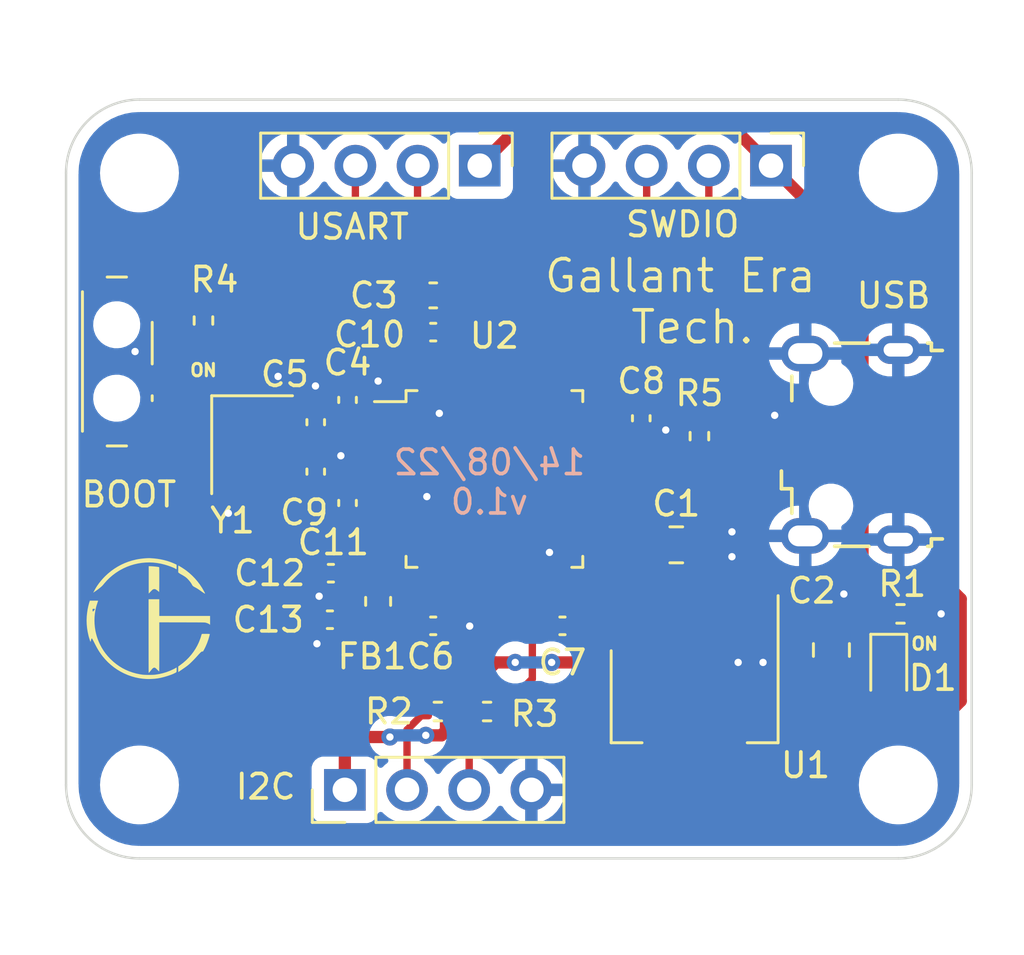
<source format=kicad_pcb>
(kicad_pcb (version 20211014) (generator pcbnew)
  (layers (0 "F.Cu" signal) (31 "B.Cu" power) (34 "B.Paste" user) (35 "F.Paste" user) (36 "B.SilkS" user "B.Silkscreen") (37 "F.SilkS" user "F.Silkscreen") (38 "B.Mask" user) (39 "F.Mask" user) (44 "Edge.Cuts" user))
  (net 0 "")
  (net 1 "VBUS")
  (net 2 "GND")
  (net 3 "+3.3V")
  (net 4 "/HSE_IN")
  (net 5 "/NRST")
  (net 6 "/HSE_OUT")
  (net 7 "+3.3VA")
  (net 8 "/PWR_LED_K")
  (net 9 "/USART_TX1")
  (net 10 "/USART_RX1")
  (net 11 "/I2C2_SCL")
  (net 12 "/I2C2_SDA")
  (net 13 "/SWDIO")
  (net 14 "/SWDCLK")
  (net 15 "/USB_D-")
  (net 16 "/USB_D+")
  (net 18 "/SW_BOOT0")
  (net 19 "/BOOT0")
  (footprint "Resistor_SMD:R_0402_1005Metric" (layer "F.Cu") (at 106.875 69.75 -90)
    (fp_text reference "R5" (at -1.75 0 180) (layer "F.SilkS"))
    (fp_text value "1k5")
    (pad "1" smd roundrect (at -0.51 0 270) (size 0.54 0.64) (layers "F.Cu" "F.Paste" "F.Mask") (net 3 "+3.3V"))
    (pad "2" smd roundrect (at 0.51 0 270) (size 0.54 0.64) (layers "F.Cu" "F.Paste" "F.Mask") (net 16 "/USB_D+"))
  )
  (footprint "Resistor_SMD:R_0402_1005Metric" (layer "F.Cu") (at 115.09 77.01)
    (fp_text reference "R1" (at 0.07 -1.22) (layer "F.SilkS"))
    (fp_text value "1k5")
    (pad "1" smd roundrect (at -0.51 0) (size 0.54 0.64) (layers "F.Cu" "F.Paste" "F.Mask") (net 8 "/PWR_LED_K"))
    (pad "2" smd roundrect (at 0.51 0) (size 0.54 0.64) (layers "F.Cu" "F.Paste" "F.Mask") (net 2 "GND"))
  )
  (footprint "MountingHole:MountingHole_2.2mm_M2" (layer "F.Cu") (at 115 59)
    (fp_text reference "H3")
    (fp_text value "MountingHole")
    (pad "" np_thru_hole circle (at 0 0) (size 2.2 2.2) (drill 2.2) (layers *.Cu *.Mask))
  )
  (footprint "Capacitor_SMD:C_0402_1005Metric" (layer "F.Cu") (at 101.28 77.5 180)
    (fp_text reference "C7" (at 0 -1.5 180) (layer "F.SilkS"))
    (fp_text value "100n")
    (pad "1" smd roundrect (at -0.48 0 180) (size 0.56 0.62) (layers "F.Cu" "F.Paste" "F.Mask") (net 3 "+3.3V"))
    (pad "2" smd roundrect (at 0.48 0 180) (size 0.56 0.62) (layers "F.Cu" "F.Paste" "F.Mask") (net 2 "GND"))
  )
  (footprint "MountingHole:MountingHole_2.2mm_M2" (layer "F.Cu") (at 115 84)
    (fp_text reference "H2")
    (fp_text value "MountingHole")
    (pad "" np_thru_hole circle (at 0 0) (size 2.2 2.2) (drill 2.2) (layers *.Cu *.Mask))
  )
  (footprint "Capacitor_SMD:C_0402_1005Metric" (layer "F.Cu") (at 91.82 75.35 180)
    (fp_text reference "C12" (at 2.5 0) (layer "F.SilkS"))
    (fp_text value "1u")
    (pad "1" smd roundrect (at -0.48 0 180) (size 0.56 0.62) (layers "F.Cu" "F.Paste" "F.Mask") (net 7 "+3.3VA"))
    (pad "2" smd roundrect (at 0.48 0 180) (size 0.56 0.62) (layers "F.Cu" "F.Paste" "F.Mask") (net 2 "GND"))
  )
  (footprint "Connector_PinHeader_2.54mm:PinHeader_1x04_P2.54mm_Vertical" (layer "F.Cu") (at 97.9 58.7 -90)
    (fp_text reference "J1")
    (fp_text value "Conn_01x04_Male")
    (pad "1" thru_hole rect (at 0 0 270) (size 1.7 1.7) (drill 1) (layers *.Cu *.Mask) (net 3 "+3.3V"))
    (pad "2" thru_hole oval (at 0 2.54 270) (size 1.7 1.7) (drill 1) (layers *.Cu *.Mask) (net 9 "/USART_TX1"))
    (pad "3" thru_hole oval (at 0 5.08 270) (size 1.7 1.7) (drill 1) (layers *.Cu *.Mask) (net 10 "/USART_RX1"))
    (pad "4" thru_hole oval (at 0 7.62 270) (size 1.7 1.7) (drill 1) (layers *.Cu *.Mask) (net 2 "GND"))
  )
  (footprint "LED_SMD:LED_0603_1608Metric" (layer "F.Cu") (at 114.61 79.33 -90)
    (fp_text reference "D1" (at 0.3 -1.8 180) (layer "F.SilkS"))
    (fp_text value "RED")
    (pad "1" smd roundrect (at -0.7875 0 270) (size 0.875 0.95) (layers "F.Cu" "F.Paste" "F.Mask") (net 8 "/PWR_LED_K"))
    (pad "2" smd roundrect (at 0.7875 0 270) (size 0.875 0.95) (layers "F.Cu" "F.Paste" "F.Mask") (net 3 "+3.3V"))
  )
  (footprint "Capacitor_SMD:C_0603_1608Metric" (layer "F.Cu") (at 96 64)
    (fp_text reference "C3" (at -2.425 0) (layer "F.SilkS"))
    (fp_text value "10u")
    (pad "1" smd roundrect (at -0.775 0) (size 0.9 0.95) (layers "F.Cu" "F.Paste" "F.Mask") (net 3 "+3.3V"))
    (pad "2" smd roundrect (at 0.775 0) (size 0.9 0.95) (layers "F.Cu" "F.Paste" "F.Mask") (net 2 "GND"))
  )
  (footprint "Capacitor_SMD:C_0402_1005Metric" (layer "F.Cu") (at 92.5 68.27 90)
    (fp_text reference "C4" (at 1.52 0 180) (layer "F.SilkS"))
    (fp_text value "100n")
    (pad "1" smd roundrect (at -0.48 0 90) (size 0.56 0.62) (layers "F.Cu" "F.Paste" "F.Mask") (net 3 "+3.3V"))
    (pad "2" smd roundrect (at 0.48 0 90) (size 0.56 0.62) (layers "F.Cu" "F.Paste" "F.Mask") (net 2 "GND"))
  )
  (footprint "Capacitor_SMD:C_0402_1005Metric" (layer "F.Cu") (at 92.5 72.48 90)
    (fp_text reference "C11" (at -1.61 -0.58 180) (layer "F.SilkS"))
    (fp_text value "10n")
    (pad "1" smd roundrect (at -0.48 0 90) (size 0.56 0.62) (layers "F.Cu" "F.Paste" "F.Mask") (net 7 "+3.3VA"))
    (pad "2" smd roundrect (at 0.48 0 90) (size 0.56 0.62) (layers "F.Cu" "F.Paste" "F.Mask") (net 2 "GND"))
  )
  (footprint "Button_Switch_SMD:SW_SPDT_PCM12" (layer "F.Cu") (at 83.4 66.7 -90)
    (fp_text reference "SW1")
    (fp_text value "SW_SPDT")
    (pad "" smd rect (at -3.65 -0.78 270) (size 1 0.8) (layers "F.Cu" "F.Paste" "F.Mask"))
    (pad "" smd rect (at 3.65 1.43 270) (size 1 0.8) (layers "F.Cu" "F.Paste" "F.Mask"))
    (pad "" smd rect (at 3.65 -0.78 270) (size 1 0.8) (layers "F.Cu" "F.Paste" "F.Mask"))
    (pad "" smd rect (at -3.65 1.43 270) (size 1 0.8) (layers "F.Cu" "F.Paste" "F.Mask"))
    (pad "" np_thru_hole circle (at -1.5 0.33 270) (size 0.9 0.9) (drill 0.9) (layers *.Cu *.Mask))
    (pad "" np_thru_hole circle (at 1.5 0.33 270) (size 0.9 0.9) (drill 0.9) (layers *.Cu *.Mask))
    (pad "1" smd rect (at -2.25 -1.43 270) (size 0.7 1.5) (layers "F.Cu" "F.Paste" "F.Mask") (net 2 "GND"))
    (pad "2" smd rect (at 0.75 -1.43 270) (size 0.7 1.5) (layers "F.Cu" "F.Paste" "F.Mask") (net 18 "/SW_BOOT0"))
    (pad "3" smd rect (at 2.25 -1.43 270) (size 0.7 1.5) (layers "F.Cu" "F.Paste" "F.Mask") (net 3 "+3.3V"))
  )
  (footprint "Resistor_SMD:R_0402_1005Metric" (layer "F.Cu") (at 86.614 65.026 90)
    (fp_text reference "R4" (at 1.665 0.45 180) (layer "F.SilkS"))
    (fp_text value "10k")
    (pad "1" smd roundrect (at -0.51 0 90) (size 0.54 0.64) (layers "F.Cu" "F.Paste" "F.Mask") (net 18 "/SW_BOOT0"))
    (pad "2" smd roundrect (at 0.51 0 90) (size 0.54 0.64) (layers "F.Cu" "F.Paste" "F.Mask") (net 19 "/BOOT0"))
  )
  (footprint "LOGO" (layer "F.Cu") (at 84.34 77.25)
    (fp_text reference "G***" hide)
    (fp_text value "LOGO" hide)
  )
  (footprint "Capacitor_SMD:C_0805_2012Metric" (layer "F.Cu") (at 105.93 74.19)
    (fp_text reference "C1" (at 0 -1.68) (layer "F.SilkS"))
    (fp_text value "22u")
    (pad "1" smd roundrect (at -0.95 0) (size 1 1.45) (layers "F.Cu" "F.Paste" "F.Mask") (net 1 "VBUS"))
    (pad "2" smd roundrect (at 0.95 0) (size 1 1.45) (layers "F.Cu" "F.Paste" "F.Mask") (net 2 "GND"))
  )
  (footprint "Capacitor_SMD:C_0402_1005Metric" (layer "F.Cu") (at 104.5 69.02 -90)
    (fp_text reference "C8" (at -1.52 0 180) (layer "F.SilkS"))
    (fp_text value "100n")
    (pad "1" smd roundrect (at -0.48 0 270) (size 0.56 0.62) (layers "F.Cu" "F.Paste" "F.Mask") (net 3 "+3.3V"))
    (pad "2" smd roundrect (at 0.48 0 270) (size 0.56 0.62) (layers "F.Cu" "F.Paste" "F.Mask") (net 2 "GND"))
  )
  (footprint "Crystal:Crystal_SMD_3225-4Pin_3.2x2.5mm" (layer "F.Cu") (at 88.6 70.1 -90)
    (fp_text reference "Y1" (at 3.1 0.8 180) (layer "F.SilkS"))
    (fp_text value "16MHZ")
    (pad "1" smd rect (at -1.1 0.85 270) (size 1.4 1.2) (layers "F.Cu" "F.Paste" "F.Mask") (net 4 "/HSE_IN"))
    (pad "2" smd rect (at 1.1 0.85 270) (size 1.4 1.2) (layers "F.Cu" "F.Paste" "F.Mask") (net 2 "GND"))
    (pad "3" smd rect (at 1.1 -0.85 270) (size 1.4 1.2) (layers "F.Cu" "F.Paste" "F.Mask") (net 6 "/HSE_OUT"))
    (pad "4" smd rect (at -1.1 -0.85 270) (size 1.4 1.2) (layers "F.Cu" "F.Paste" "F.Mask") (net 2 "GND"))
  )
  (footprint "Connector_PinHeader_2.54mm:PinHeader_1x04_P2.54mm_Vertical" (layer "F.Cu") (at 92.39 84.2 90)
    (fp_text reference "J2")
    (fp_text value "Conn_01x04_Male")
    (pad "1" thru_hole rect (at 0 0 90) (size 1.7 1.7) (drill 1) (layers *.Cu *.Mask) (net 3 "+3.3V"))
    (pad "2" thru_hole oval (at 0 2.54 90) (size 1.7 1.7) (drill 1) (layers *.Cu *.Mask) (net 11 "/I2C2_SCL"))
    (pad "3" thru_hole oval (at 0 5.08 90) (size 1.7 1.7) (drill 1) (layers *.Cu *.Mask) (net 12 "/I2C2_SDA"))
    (pad "4" thru_hole oval (at 0 7.62 90) (size 1.7 1.7) (drill 1) (layers *.Cu *.Mask) (net 2 "GND"))
  )
  (footprint "Connector_PinHeader_2.54mm:PinHeader_1x04_P2.54mm_Vertical" (layer "F.Cu") (at 109.8 58.7 -90)
    (fp_text reference "J3")
    (fp_text value "Conn_01x04_Male")
    (pad "1" thru_hole rect (at 0 0 270) (size 1.7 1.7) (drill 1) (layers *.Cu *.Mask) (net 3 "+3.3V"))
    (pad "2" thru_hole oval (at 0 2.54 270) (size 1.7 1.7) (drill 1) (layers *.Cu *.Mask) (net 13 "/SWDIO"))
    (pad "3" thru_hole oval (at 0 5.08 270) (size 1.7 1.7) (drill 1) (layers *.Cu *.Mask) (net 14 "/SWDCLK"))
    (pad "4" thru_hole oval (at 0 7.62 270) (size 1.7 1.7) (drill 1) (layers *.Cu *.Mask) (net 2 "GND"))
  )
  (footprint "Package_QFP:LQFP-48_7x7mm_P0.5mm" (layer "F.Cu") (at 98.5 71.5)
    (fp_text reference "U2" (at 0 -5.85) (layer "F.SilkS"))
    (fp_text value "STM32F103C8T6")
    (pad "1" smd roundrect (at -4.1625 -2.75) (size 1.475 0.3) (layers "F.Cu" "F.Paste" "F.Mask") (net 3 "+3.3V"))
    (pad "2" smd roundrect (at -4.1625 -2.25) (size 1.475 0.3) (layers "F.Cu" "F.Paste" "F.Mask"))
    (pad "3" smd roundrect (at -4.1625 -1.75) (size 1.475 0.3) (layers "F.Cu" "F.Paste" "F.Mask"))
    (pad "4" smd roundrect (at -4.1625 -1.25) (size 1.475 0.3) (layers "F.Cu" "F.Paste" "F.Mask"))
    (pad "5" smd roundrect (at -4.1625 -0.75) (size 1.475 0.3) (layers "F.Cu" "F.Paste" "F.Mask") (net 4 "/HSE_IN"))
    (pad "6" smd roundrect (at -4.1625 -0.25) (size 1.475 0.3) (layers "F.Cu" "F.Paste" "F.Mask") (net 6 "/HSE_OUT"))
    (pad "7" smd roundrect (at -4.1625 0.25) (size 1.475 0.3) (layers "F.Cu" "F.Paste" "F.Mask") (net 5 "/NRST"))
    (pad "8" smd roundrect (at -4.1625 0.75) (size 1.475 0.3) (layers "F.Cu" "F.Paste" "F.Mask") (net 2 "GND"))
    (pad "9" smd roundrect (at -4.1625 1.25) (size 1.475 0.3) (layers "F.Cu" "F.Paste" "F.Mask") (net 7 "+3.3VA"))
    (pad "10" smd roundrect (at -4.1625 1.75) (size 1.475 0.3) (layers "F.Cu" "F.Paste" "F.Mask"))
    (pad "11" smd roundrect (at -4.1625 2.25) (size 1.475 0.3) (layers "F.Cu" "F.Paste" "F.Mask"))
    (pad "12" smd roundrect (at -4.1625 2.75) (size 1.475 0.3) (layers "F.Cu" "F.Paste" "F.Mask"))
    (pad "13" smd roundrect (at -2.75 4.1625) (size 0.3 1.475) (layers "F.Cu" "F.Paste" "F.Mask"))
    (pad "14" smd roundrect (at -2.25 4.1625) (size 0.3 1.475) (layers "F.Cu" "F.Paste" "F.Mask"))
    (pad "15" smd roundrect (at -1.75 4.1625) (size 0.3 1.475) (layers "F.Cu" "F.Paste" "F.Mask"))
    (pad "16" smd roundrect (at -1.25 4.1625) (size 0.3 1.475) (layers "F.Cu" "F.Paste" "F.Mask"))
    (pad "17" smd roundrect (at -0.75 4.1625) (size 0.3 1.475) (layers "F.Cu" "F.Paste" "F.Mask"))
    (pad "18" smd roundrect (at -0.25 4.1625) (size 0.3 1.475) (layers "F.Cu" "F.Paste" "F.Mask"))
    (pad "19" smd roundrect (at 0.25 4.1625) (size 0.3 1.475) (layers "F.Cu" "F.Paste" "F.Mask"))
    (pad "20" smd roundrect (at 0.75 4.1625) (size 0.3 1.475) (layers "F.Cu" "F.Paste" "F.Mask"))
    (pad "21" smd roundrect (at 1.25 4.1625) (size 0.3 1.475) (layers "F.Cu" "F.Paste" "F.Mask") (net 11 "/I2C2_SCL"))
    (pad "22" smd roundrect (at 1.75 4.1625) (size 0.3 1.475) (layers "F.Cu" "F.Paste" "F.Mask") (net 12 "/I2C2_SDA"))
    (pad "23" smd roundrect (at 2.25 4.1625) (size 0.3 1.475) (layers "F.Cu" "F.Paste" "F.Mask") (net 2 "GND"))
    (pad "24" smd roundrect (at 2.75 4.1625) (size 0.3 1.475) (layers "F.Cu" "F.Paste" "F.Mask") (net 3 "+3.3V"))
    (pad "25" smd roundrect (at 4.1625 2.75) (size 1.475 0.3) (layers "F.Cu" "F.Paste" "F.Mask"))
    (pad "26" smd roundrect (at 4.1625 2.25) (size 1.475 0.3) (layers "F.Cu" "F.Paste" "F.Mask"))
    (pad "27" smd roundrect (at 4.1625 1.75) (size 1.475 0.3) (layers "F.Cu" "F.Paste" "F.Mask"))
    (pad "28" smd roundrect (at 4.1625 1.25) (size 1.475 0.3) (layers "F.Cu" "F.Paste" "F.Mask"))
    (pad "29" smd roundrect (at 4.1625 0.75) (size 1.475 0.3) (layers "F.Cu" "F.Paste" "F.Mask"))
    (pad "30" smd roundrect (at 4.1625 0.25) (size 1.475 0.3) (layers "F.Cu" "F.Paste" "F.Mask"))
    (pad "31" smd roundrect (at 4.1625 -0.25) (size 1.475 0.3) (layers "F.Cu" "F.Paste" "F.Mask"))
    (pad "32" smd roundrect (at 4.1625 -0.75) (size 1.475 0.3) (layers "F.Cu" "F.Paste" "F.Mask") (net 15 "/USB_D-"))
    (pad "33" smd roundrect (at 4.1625 -1.25) (size 1.475 0.3) (layers "F.Cu" "F.Paste" "F.Mask") (net 16 "/USB_D+"))
    (pad "34" smd roundrect (at 4.1625 -1.75) (size 1.475 0.3) (layers "F.Cu" "F.Paste" "F.Mask") (net 13 "/SWDIO"))
    (pad "35" smd roundrect (at 4.1625 -2.25) (size 1.475 0.3) (layers "F.Cu" "F.Paste" "F.Mask") (net 2 "GND"))
    (pad "36" smd roundrect (at 4.1625 -2.75) (size 1.475 0.3) (layers "F.Cu" "F.Paste" "F.Mask") (net 3 "+3.3V"))
    (pad "37" smd roundrect (at 2.75 -4.1625) (size 0.3 1.475) (layers "F.Cu" "F.Paste" "F.Mask") (net 14 "/SWDCLK"))
    (pad "38" smd roundrect (at 2.25 -4.1625) (size 0.3 1.475) (layers "F.Cu" "F.Paste" "F.Mask"))
    (pad "39" smd roundrect (at 1.75 -4.1625) (size 0.3 1.475) (layers "F.Cu" "F.Paste" "F.Mask"))
    (pad "40" smd roundrect (at 1.25 -4.1625) (size 0.3 1.475) (layers "F.Cu" "F.Paste" "F.Mask"))
    (pad "41" smd roundrect (at 0.75 -4.1625) (size 0.3 1.475) (layers "F.Cu" "F.Paste" "F.Mask"))
    (pad "42" smd roundrect (at 0.25 -4.1625) (size 0.3 1.475) (layers "F.Cu" "F.Paste" "F.Mask") (net 9 "/USART_TX1"))
    (pad "43" smd roundrect (at -0.25 -4.1625) (size 0.3 1.475) (layers "F.Cu" "F.Paste" "F.Mask") (net 10 "/USART_RX1"))
    (pad "44" smd roundrect (at -0.75 -4.1625) (size 0.3 1.475) (layers "F.Cu" "F.Paste" "F.Mask") (net 19 "/BOOT0"))
    (pad "45" smd roundrect (at -1.25 -4.1625) (size 0.3 1.475) (layers "F.Cu" "F.Paste" "F.Mask"))
    (pad "46" smd roundrect (at -1.75 -4.1625) (size 0.3 1.475) (layers "F.Cu" "F.Paste" "F.Mask"))
    (pad "47" smd roundrect (at -2.25 -4.1625) (size 0.3 1.475) (layers "F.Cu" "F.Paste" "F.Mask") (net 2 "GND"))
    (pad "48" smd roundrect (at -2.75 -4.1625) (size 0.3 1.475) (layers "F.Cu" "F.Paste" "F.Mask") (net 3 "+3.3V"))
  )
  (footprint "Capacitor_SMD:C_0402_1005Metric" (layer "F.Cu") (at 91.78 77.25 180)
    (fp_text reference "C13" (at 2.52 0) (layer "F.SilkS"))
    (fp_text value "1u")
    (pad "1" smd roundrect (at -0.48 0 180) (size 0.56 0.62) (layers "F.Cu" "F.Paste" "F.Mask") (net 3 "+3.3V"))
    (pad "2" smd roundrect (at 0.48 0 180) (size 0.56 0.62) (layers "F.Cu" "F.Paste" "F.Mask") (net 2 "GND"))
  )
  (footprint "Capacitor_SMD:C_0402_1005Metric" (layer "F.Cu") (at 96 77.5)
    (fp_text reference "C6" (at -0.107836 1.25) (layer "F.SilkS"))
    (fp_text value "100n")
    (pad "1" smd roundrect (at -0.48 0) (size 0.56 0.62) (layers "F.Cu" "F.Paste" "F.Mask") (net 5 "/NRST"))
    (pad "2" smd roundrect (at 0.48 0) (size 0.56 0.62) (layers "F.Cu" "F.Paste" "F.Mask") (net 2 "GND"))
  )
  (footprint "Connector_USB:USB_Micro-B_Wuerth_629105150521" (layer "F.Cu") (at 113.05 70.1 90)
    (fp_text reference "J4")
    (fp_text value "USB_B_Micro")
    (pad "" np_thru_hole oval (at 2.5 -0.8 90) (size 0.8 0.8) (drill 0.8) (layers *.Cu *.Mask))
    (pad "" np_thru_hole oval (at -2.5 -0.8 90) (size 0.8 0.8) (drill 0.8) (layers *.Cu *.Mask))
    (pad "1" smd rect (at -1.3 -1.9 90) (size 0.45 1.3) (layers "F.Cu" "F.Paste" "F.Mask") (net 1 "VBUS"))
    (pad "2" smd rect (at -0.65 -1.9 90) (size 0.45 1.3) (layers "F.Cu" "F.Paste" "F.Mask") (net 15 "/USB_D-"))
    (pad "3" smd rect (at 0 -1.9 90) (size 0.45 1.3) (layers "F.Cu" "F.Paste" "F.Mask") (net 16 "/USB_D+"))
    (pad "4" smd rect (at 0.65 -1.9 90) (size 0.45 1.3) (layers "F.Cu" "F.Paste" "F.Mask"))
    (pad "5" smd rect (at 1.3 -1.9 90) (size 0.45 1.3) (layers "F.Cu" "F.Paste" "F.Mask") (net 2 "GND"))
    (pad "6" thru_hole oval (at -3.725 -1.85 90) (size 1.45 2) (drill oval 0.85 1.4) (layers *.Cu *.Mask) (net 2 "GND"))
    (pad "6" thru_hole oval (at 3.725 -1.85 90) (size 1.45 2) (drill oval 0.85 1.4) (layers *.Cu *.Mask) (net 2 "GND"))
    (pad "6" thru_hole oval (at -3.875 1.95 90) (size 1.15 1.8) (drill oval 0.55 1.2) (layers *.Cu *.Mask) (net 2 "GND"))
    (pad "6" thru_hole oval (at 3.875 1.95 90) (size 1.15 1.8) (drill oval 0.55 1.2) (layers *.Cu *.Mask) (net 2 "GND"))
  )
  (footprint "MountingHole:MountingHole_2.2mm_M2" (layer "F.Cu") (at 84 84)
    (fp_text reference "H1")
    (fp_text value "MountingHole")
    (pad "" np_thru_hole circle (at 0 0) (size 2.2 2.2) (drill 2.2) (layers *.Cu *.Mask))
  )
  (footprint "Capacitor_SMD:C_0402_1005Metric" (layer "F.Cu") (at 91.2 69.18 90)
    (fp_text reference "C5" (at 1.96 -1.26) (layer "F.SilkS"))
    (fp_text value "10p")
    (pad "1" smd roundrect (at -0.48 0 90) (size 0.56 0.62) (layers "F.Cu" "F.Paste" "F.Mask") (net 4 "/HSE_IN"))
    (pad "2" smd roundrect (at 0.48 0 90) (size 0.56 0.62) (layers "F.Cu" "F.Paste" "F.Mask") (net 2 "GND"))
  )
  (footprint "Inductor_SMD:L_0603_1608Metric" (layer "F.Cu") (at 93.75 76.5 90)
    (fp_text reference "FB1" (at -2.25 -0.25 180) (layer "F.SilkS"))
    (fp_text value "120R")
    (pad "1" smd roundrect (at -0.7875 0 90) (size 0.875 0.95) (layers "F.Cu" "F.Paste" "F.Mask") (net 3 "+3.3V"))
    (pad "2" smd roundrect (at 0.7875 0 90) (size 0.875 0.95) (layers "F.Cu" "F.Paste" "F.Mask") (net 7 "+3.3VA"))
  )
  (footprint "Package_TO_SOT_SMD:SOT-223-3_TabPin2" (layer "F.Cu") (at 106.68 80.366 -90)
    (fp_text reference "U1" (at 2.83 -4.53 180) (layer "F.SilkS"))
    (fp_text value "AMS1117-3.3")
    (pad "1" smd rect (at -3.15 -2.3 270) (size 2 1.5) (layers "F.Cu" "F.Paste" "F.Mask") (net 2 "GND"))
    (pad "2" smd rect (at 3.15 0 270) (size 2 3.8) (layers "F.Cu" "F.Paste" "F.Mask") (net 3 "+3.3V"))
    (pad "2" smd rect (at -3.15 0 270) (size 2 1.5) (layers "F.Cu" "F.Paste" "F.Mask") (net 3 "+3.3V"))
    (pad "3" smd rect (at -3.15 2.3 270) (size 2 1.5) (layers "F.Cu" "F.Paste" "F.Mask") (net 1 "VBUS"))
  )
  (footprint "MountingHole:MountingHole_2.2mm_M2" (layer "F.Cu") (at 84 59)
    (fp_text reference "H4")
    (fp_text value "MountingHole")
    (pad "" np_thru_hole circle (at 0 0) (size 2.2 2.2) (drill 2.2) (layers *.Cu *.Mask))
  )
  (footprint "Capacitor_SMD:C_0402_1005Metric" (layer "F.Cu") (at 96 65.5)
    (fp_text reference "C10" (at -2.6 0.1) (layer "F.SilkS"))
    (fp_text value "100n")
    (pad "1" smd roundrect (at -0.48 0) (size 0.56 0.62) (layers "F.Cu" "F.Paste" "F.Mask") (net 3 "+3.3V"))
    (pad "2" smd roundrect (at 0.48 0) (size 0.56 0.62) (layers "F.Cu" "F.Paste" "F.Mask") (net 2 "GND"))
  )
  (footprint "Capacitor_SMD:C_0805_2012Metric" (layer "F.Cu") (at 112.268 78.486 90)
    (fp_text reference "C2" (at 2.42 -0.8) (layer "F.SilkS"))
    (fp_text value "22u")
    (pad "1" smd roundrect (at -0.95 0 90) (size 1 1.45) (layers "F.Cu" "F.Paste" "F.Mask") (net 3 "+3.3V"))
    (pad "2" smd roundrect (at 0.95 0 90) (size 1 1.45) (layers "F.Cu" "F.Paste" "F.Mask") (net 2 "GND"))
  )
  (footprint "Capacitor_SMD:C_0402_1005Metric" (layer "F.Cu") (at 91.2 71.2 90)
    (fp_text reference "C9" (at -1.67 -0.47 180) (layer "F.SilkS"))
    (fp_text value "10p")
    (pad "1" smd roundrect (at -0.48 0 90) (size 0.56 0.62) (layers "F.Cu" "F.Paste" "F.Mask") (net 6 "/HSE_OUT"))
    (pad "2" smd roundrect (at 0.48 0 90) (size 0.56 0.62) (layers "F.Cu" "F.Paste" "F.Mask") (net 2 "GND"))
  )
  (footprint "Resistor_SMD:R_0402_1005Metric" (layer "F.Cu") (at 96.19 81 180)
    (fp_text reference "R2" (at 2 0) (layer "F.SilkS"))
    (fp_text value "1K5")
    (pad "1" smd roundrect (at -0.51 0 180) (size 0.54 0.64) (layers "F.Cu" "F.Paste" "F.Mask") (net 3 "+3.3V"))
    (pad "2" smd roundrect (at 0.51 0 180) (size 0.54 0.64) (layers "F.Cu" "F.Paste" "F.Mask") (net 11 "/I2C2_SCL"))
  )
  (footprint "Resistor_SMD:R_0402_1005Metric" (layer "F.Cu") (at 98.2 81)
    (fp_text reference "R3" (at 1.94 0.1) (layer "F.SilkS"))
    (fp_text value "1K5")
    (pad "1" smd roundrect (at -0.51 0) (size 0.54 0.64) (layers "F.Cu" "F.Paste" "F.Mask") (net 3 "+3.3V"))
    (pad "2" smd roundrect (at 0.51 0) (size 0.54 0.64) (layers "F.Cu" "F.Paste" "F.Mask") (net 12 "/I2C2_SDA"))
  )
  (gr_line (start 118 84) (end 118 59) (layer "Edge.Cuts") (width 0.1))
  (gr_arc (start 115 56) (mid 117.12132 56.87868) (end 118 59) (layer "Edge.Cuts") (width 0.1))
  (gr_arc (start 84 87) (mid 81.87868 86.12132) (end 81 84) (layer "Edge.Cuts") (width 0.1))
  (gr_arc (start 81 59) (mid 81.87868 56.87868) (end 84 56) (layer "Edge.Cuts") (width 0.1))
  (gr_line (start 84 56) (end 115 56) (layer "Edge.Cuts") (width 0.1))
  (gr_arc (start 118 84) (mid 117.12132 86.12132) (end 115 87) (layer "Edge.Cuts") (width 0.1))
  (gr_line (start 81 59) (end 81 84) (layer "Edge.Cuts") (width 0.1))
  (gr_line (start 84 87) (end 115 87) (layer "Edge.Cuts") (width 0.1))
  (gr_text "14/08/22\nv1.0" (at 98.298 71.628) (layer "B.SilkS") (effects (font (size 1 1)) (justify mirror)))
  (gr_text "USART" (at 92.69 61.2) (layer "F.SilkS") (effects (font (size 1 1))))
  (gr_text "SWDIO" (at 106.19 61.1) (layer "F.SilkS") (effects (font (size 1 1))))
  (gr_text "BOOT" (at 83.566 72.136) (layer "F.SilkS") (effects (font (size 1 1))))
  (gr_text "Gallant Era \nTech." (at 106.59 64.25) (layer "F.SilkS") (effects (font (size 1.3 1.3))))
  (gr_text "USB" (at 114.808 64.008) (layer "F.SilkS") (effects (font (size 1 1))))
  (gr_text "ON" (at 86.614 67.056) (layer "F.SilkS") (effects (font (size 0.5 0.5) (thickness 0.125))))
  (gr_text "ON" (at 116.078 78.232) (layer "F.SilkS") (effects (font (size 0.5 0.5) (thickness 0.125))))
  (gr_text "I2C" (at 89.154 84.074) (layer "F.SilkS") (effects (font (size 1 1))))
  (segment (start 96.48 65.5) (end 96.48 65.27) (width 0.3) (layer "F.Cu") (net 2))
  (segment (start 96.48 66.268959) (end 96.48 65.5) (width 0.3) (layer "F.Cu") (net 2))
  (segment (start 102.6625 69.25) (end 103.501041 69.25) (width 0.3) (layer "F.Cu") (net 2))
  (segment (start 87.75 72.778) (end 87.63 72.898) (width 0.5) (layer "F.Cu") (net 2))
  (segment (start 83.82 66.294) (end 84.83 65.284) (width 0.5) (layer "F.Cu") (net 2))
  (segment (start 94.3375 72.25) (end 93.498959 72.25) (width 0.3) (layer "F.Cu") (net 2))
  (segment (start 109.950498 68.874502) (end 110.05 68.775) (width 0.5) (layer "F.Cu") (net 2))
  (segment (start 109.950498 68.9) (end 109.950498 68.874502) (width 0.5) (layer "F.Cu") (net 2))
  (segment (start 91.3 78.18) (end 91.25 78.23) (width 0.3) (layer "F.Cu") (net 2))
  (segment (start 84.83 65.284) (end 84.83 64.45) (width 0.5) (layer "F.Cu") (net 2))
  (segment (start 96.25 67.3375) (end 96.25 68.818) (width 0.3) (layer "F.Cu") (net 2))
  (segment (start 96.48 77.5) (end 96.49 77.51) (width 0.3) (layer "F.Cu") (net 2))
  (segment (start 92.23 70.553598) (end 92.227183 70.550781) (width 0.5) (layer "F.Cu") (net 2))
  (segment (start 100.75 77.45) (end 100.8 77.5) (width 0.3) (layer "F.Cu") (net 2))
  (segment (start 92.5 67.79) (end 93.46 67.79) (width 0.5) (layer "F.Cu") (net 2))
  (segment (start 96.49 77.51) (end 97.49 77.51) (width 0.3) (layer "F.Cu") (net 2))
  (segment (start 96.25 67.3375) (end 96.25 66.498959) (width 0.3) (layer "F.Cu") (net 2))
  (segment (start 103.501041 69.25) (end 103.751041 69.5) (width 0.3) (layer "F.Cu") (net 2))
  (segment (start 91.2 70.72) (end 91.27 70.65) (width 0.5) (layer "F.Cu") (net 2))
  (segment (start 94.3375 72.25) (end 95.71 72.25) (width 0.3) (layer "F.Cu") (net 2))
  (segment (start 100.75 75.6625) (end 100.75 77.45) (width 0.3) (layer "F.Cu") (net 2))
  (segment (start 95.71 72.25) (end 95.74 72.22) (width 0.3) (layer "F.Cu") (net 2))
  (segment (start 91.2 67.71) (end 91.19 67.7) (width 0.5) (layer "F.Cu") (net 2))
  (segment (start 89.45 69) (end 89.45 67.522) (width 0.5) (layer "F.Cu") (net 2))
  (segment (start 115.6 77.01) (end 116.75 77.01) (width 0.5) (layer "F.Cu") (net 2))
  (segment (start 93.248959 72) (end 92.5 72) (width 0.3) (layer "F.Cu") (net 2))
  (segment (start 105.5 69.5) (end 104.5 69.5) (width 0.5) (layer "F.Cu") (net 2))
  (segment (start 96.775 64.975) (end 96.775 64) (width 0.3) (layer "F.Cu") (net 2))
  (segment (start 96.25 66.498959) (end 96.48 66.268959) (width 0.3) (layer "F.Cu") (net 2))
  (segment (start 93.46 67.79) (end 93.75 67.5) (width 0.5) (layer "F.Cu") (net 2))
  (segment (start 91.3 77.25) (end 91.3 78.18) (width 0.3) (layer "F.Cu") (net 2))
  (segment (start 91.34 75.35) (end 91.34 76.29) (width 0.5) (layer "F.Cu") (net 2))
  (segment (start 93.498959 72.25) (end 93.248959 72) (width 0.3) (layer "F.Cu") (net 2))
  (segment (start 87.75 71.2) (end 87.75 72.778) (width 0.5) (layer "F.Cu") (net 2))
  (segment (start 89.45 67.522) (end 89.662 67.31) (width 0.5) (layer "F.Cu") (net 2))
  (segment (start 103.751041 69.5) (end 104.5 69.5) (width 0.3) (layer "F.Cu") (net 2))
  (segment (start 92.23 70.65) (end 92.23 70.553598) (width 0.5) (layer "F.Cu") (net 2))
  (segment (start 91.27 70.65) (end 92.23 70.65) (width 0.5) (layer "F.Cu") (net 2))
  (segment (start 91.2 68.7) (end 91.2 67.71) (width 0.5) (layer "F.Cu") (net 2))
  (segment (start 96.48 65.27) (end 96.775 64.975) (width 0.3) (layer "F.Cu") (net 2))
  (segment (start 110.05 68.775) (end 111.15 68.775) (width 0.5) (layer "F.Cu") (net 2))
  (segment (start 100.75 75.6625) (end 100.75 74.5) (width 0.3) (layer "F.Cu") (net 2))
  (via (at 108.458 78.994) (size 0.7) (drill 0.3) (layers "F.Cu" "B.Cu") (net 2))
  (via (at 91.19 67.7) (size 0.7) (drill 0.3) (layers "F.Cu" "B.Cu") (net 2))
  (via (at 93.75 67.5) (size 0.7) (drill 0.3) (layers "F.Cu" "B.Cu") (net 2))
  (via (at 112.776 76.2) (size 0.7) (drill 0.3) (layers "F.Cu" "B.Cu") (net 2))
  (via (at 96.25 68.818) (size 0.7) (drill 0.3) (layers "F.Cu" "B.Cu") (net 2))
  (via (at 91.25 78.23) (size 0.7) (drill 0.3) (layers "F.Cu" "B.Cu") (net 2))
  (via (at 87.63 72.898) (size 0.7) (drill 0.3) (layers "F.Cu" "B.Cu") (net 2))
  (via (at 83.82 66.294) (size 0.7) (drill 0.3) (layers "F.Cu" "B.Cu") (net 2))
  (via (at 92.227183 70.550781) (size 0.7) (drill 0.3) (layers "F.Cu" "B.Cu") (net 2))
  (via (at 108.204 74.676) (size 0.7) (drill 0.3) (layers "F.Cu" "B.Cu") (net 2))
  (via (at 109.950498 68.9) (size 0.7) (drill 0.3) (layers "F.Cu" "B.Cu") (net 2))
  (via (at 108.204 73.66) (size 0.7) (drill 0.3) (layers "F.Cu" "B.Cu") (net 2))
  (via (at 91.34 76.29) (size 0.7) (drill 0.3) (layers "F.Cu" "B.Cu") (net 2))
  (via (at 116.75 77.01) (size 0.7) (drill 0.3) (layers "F.Cu" "B.Cu") (net 2))
  (via (at 100.75 74.5) (size 0.7) (drill 0.3) (layers "F.Cu" "B.Cu") (net 2))
  (via (at 109.474 78.994) (size 0.7) (drill 0.3) (layers "F.Cu" "B.Cu") (net 2))
  (via (at 89.662 67.31) (size 0.7) (drill 0.3) (layers "F.Cu" "B.Cu") (net 2))
  (via (at 105.5 69.5) (size 0.7) (drill 0.3) (layers "F.Cu" "B.Cu") (net 2))
  (via (at 95.74 72.22) (size 0.7) (drill 0.3) (layers "F.Cu" "B.Cu") (net 2))
  (via (at 97.49 77.51) (size 0.7) (drill 0.3) (layers "F.Cu" "B.Cu") (net 2))
  (segment (start 113.538 75.438) (end 113.538 64.77) (width 0.5) (layer "F.Cu") (net 3))
  (segment (start 101.25 76.45) (end 101.76 76.96) (width 0.3) (layer "F.Cu") (net 3))
  (segment (start 96.52 81.788) (end 96.334996 81.973004) (width 0.5) (layer "F.Cu") (net 3))
  (segment (start 103.5 68.75) (end 102.6625 68.75) (width 0.3) (layer "F.Cu") (net 3))
  (segment (start 113.538 64.052) (end 113.538 62.438) (width 0.5) (layer "F.Cu") (net 3))
  (segment (start 101.25 75.6625) (end 101.25 76.45) (width 0.3) (layer "F.Cu") (net 3))
  (segment (start 92.26 77.25) (end 92.26 81.978) (width 0.5) (layer "F.Cu") (net 3))
  (segment (start 96.334996 81.973004) (end 95.69624 81.973004) (width 0.5) (layer "F.Cu") (net 3))
  (segment (start 112.776 81.026) (end 113.03 81.28) (width 0.5) (layer "F.Cu") (net 3))
  (segment (start 95.52 65.5) (end 95.52 65.27) (width 0.3) (layer "F.Cu") (net 3))
  (segment (start 113.538 64.77) (end 113.538 64.052) (width 0.5) (layer "F.Cu") (net 3))
  (segment (start 95.75 67.3375) (end 95.75 66.5) (width 0.3) (layer "F.Cu") (net 3))
  (segment (start 95.5 65.52) (end 95.52 65.5) (width 0.3) (layer "F.Cu") (net 3))
  (segment (start 86.36 79.502) (end 86.36 70.48) (width 0.5) (layer "F.Cu") (net 3))
  (segment (start 93.972 64) (end 95.225 64) (width 0.5) (layer "F.Cu") (net 3))
  (segment (start 99.3505 78.994) (end 98.552 78.994) (width 0.5) (layer "F.Cu") (net 3))
  (segment (start 96.7 81.127315) (end 96.52 81.307315) (width 0.5) (layer "F.Cu") (net 3))
  (segment (start 95.75 66.5) (end 95.5 66.25) (width 0.3) (layer "F.Cu") (net 3))
  (segment (start 86.36 70.48) (end 86.36 67.31) (width 0.5) (layer "F.Cu") (net 3))
  (segment (start 112.776 81.026) (end 111.252 82.55) (width 0.5) (layer "F.Cu") (net 3))
  (segment (start 97.69 79.856) (end 97.69 81) (width 0.5) (layer "F.Cu") (net 3))
  (segment (start 92.26 81.978) (end 92.39 82.108) (width 0.5) (layer "F.Cu") (net 3))
  (segment (start 101.76 76.96) (end 101.76 77.5) (width 0.3) (layer "F.Cu") (net 3))
  (segment (start 86.36 70.48) (end 84.83 68.95) (width 0.5) (layer "F.Cu") (net 3))
  (segment (start 102.616 78.994) (end 100.838 78.994) (width 0.5) (layer "F.Cu") (net 3))
  (segment (start 95.52 65.27) (end 95.225 64.975) (width 0.3) (layer "F.Cu") (net 3))
  (segment (start 93.7125 77.25) (end 93.75 77.2875) (width 0.5) (layer "F.Cu") (net 3))
  (segment (start 96.7 81) (end 96.7 81.127315) (width 0.5) (layer "F.Cu") (net 3))
  (segment (start 94.55 68.264) (end 94.3375 68.4765) (width 0.5) (layer "F.Cu") (net 3))
  (segment (start 111.252 82.55) (end 111.252 85.344) (width 0.5) (layer "F.Cu") (net 3))
  (segment (start 107.89 64.3) (end 106.875 65.315) (width 0.5) (layer "F.Cu") (net 3))
  (segment (start 113.538 64.052) (end 113.29 64.3) (width 0.5) (layer "F.Cu") (net 3))
  (segment (start 92.26 77.25) (end 93.7125 77.25) (width 0.5) (layer "F.Cu") (net 3))
  (segment (start 102.616 85.344) (end 102.616 78.994) (width 0.5) (layer "F.Cu") (net 3))
  (segment (start 113.9285 79.436) (end 113.9285 79.8735) (width 0.5) (layer "F.Cu") (net 3))
  (segment (start 99.704 56.896) (end 107.996 56.896) (width 0.5) (layer "F.Cu") (net 3))
  (segment (start 113.9285 79.8735) (end 112.776 81.026) (width 0.5) (layer "F.Cu") (net 3))
  (segment (start 98.552 78.994) (end 97.69 79.856) (width 0.5) (layer "F.Cu") (net 3))
  (segment (start 92.39 82.108) (end 92.39 84.2) (width 0.5) (layer "F.Cu") (net 3))
  (segment (start 86.36 67.31) (end 89.67 64) (width 0.5) (layer "F.Cu") (net 3))
  (segment (start 95.225 64.975) (end 95.225 64) (width 0.3) (layer "F.Cu") (net 3))
  (segment (start 113.538 62.438) (end 109.8 58.7) (width 0.5) (layer "F.Cu") (net 3))
  (segment (start 113.9285 79.436) (end 114.61 80.1175) (width 0.5) (layer "F.Cu") (net 3))
  (segment (start 92.39 82.108) (end 88.966 82.108) (width 0.5) (layer "F.Cu") (net 3))
  (segment (start 103.71 68.54) (end 103.5 68.75) (width 0.3) (layer "F.Cu") (net 3))
  (segment (start 96.52 81.307315) (end 96.52 81.788) (width 0.5) (layer "F.Cu") (net 3))
  (segment (start 92.456 82.042) (end 92.39 82.108) (width 0.5) (layer "F.Cu") (net 3))
  (segment (start 102.616 78.994) (end 102.616 78.356) (width 0.5) (layer "F.Cu") (net 3))
  (segment (start 107.996 56.896) (end 109.8 58.7) (width 0.5) (layer "F.Cu") (net 3))
  (segment (start 113.03 81.28) (end 116.84 81.28) (width 0.5) (layer "F.Cu") (net 3))
  (segment (start 88.966 82.108) (end 86.36 79.502) (width 0.5) (layer "F.Cu") (net 3))
  (segment (start 97.9 58.7) (end 99.704 56.896) (width 0.5) (layer "F.Cu") (net 3))
  (segment (start 106.875 69.24) (end 106.175 68.54) (width 0.5) (layer "F.Cu") (net 3))
  (segment (start 113.29 64.3) (end 107.89 64.3) (width 0.5) (layer "F.Cu") (net 3))
  (segment (start 117.55 80.57) (end 117.55 76.402) (width 0.5) (layer "F.Cu") (net 3))
  (segment (start 106.875 65.315) (end 106.875 69.24) (width 0.5) (layer "F.Cu") (net 3))
  (segment (start 93.972 64) (end 94.55 64.578) (width 0.5) (layer "F.Cu") (net 3))
  (segment (start 94.55 64.578) (end 94.55 68.264) (width 0.5) (layer "F.Cu") (net 3))
  (segment (start 104.5 68.54) (end 103.71 68.54) (width 0.3) (layer "F.Cu") (net 3))
  (segment (start 95.5 66.25) (end 95.5 65.52) (width 0.3) (layer "F.Cu") (net 3))
  (segment (start 117.55 76.402) (end 116.586 75.438) (width 0.5) (layer "F.Cu") (net 3))
  (segment (start 111.252 85.344) (end 102.616 85.344) (width 0.5) (layer "F.Cu") (net 3))
  (segment (start 94.3375 68.4765) (end 94.3375 68.65) (width 0.5) (layer "F.Cu") (net 3))
  (segment (start 92.5 68.75) (end 94.3375 68.75) (width 0.3) (layer "F.Cu") (net 3))
  (segment (start 112.268 79.436) (end 113.9285 79.436) (width 0.5) (layer "F.Cu") (net 3))
  (segment (start 89.67 64) (end 93.972 64) (width 0.5) (layer "F.Cu") (net 3))
  (segment (start 102.616 78.356) (end 101.76 77.5) (width 0.5) (layer "F.Cu") (net 3))
  (segment (start 94.2305 82.042) (end 92.456 82.042) (width 0.5) (layer "F.Cu") (net 3))
  (segment (start 116.586 75.438) (end 113.538 75.438) (width 0.5) (layer "F.Cu") (net 3))
  (segment (start 97.69 81) (end 96.7 81) (width 0.5) (layer "F.Cu") (net 3))
  (segment (start 106.175 68.54) (end 104.5 68.54) (width 0.5) (layer "F.Cu") (net 3))
  (segment (start 116.84 81.28) (end 117.55 80.57) (width 0.5) (layer "F.Cu") (net 3))
  (via (at 94.2305 82.042) (size 0.7) (drill 0.3) (layers "F.Cu" "B.Cu") (net 3))
  (via (at 99.3505 78.994) (size 0.7) (drill 0.3) (layers "F.Cu" "B.Cu") (net 3))
  (via (at 100.838 78.994) (size 0.7) (drill 0.3) (layers "F.Cu" "B.Cu") (net 3))
  (via (at 95.69624 81.973004) (size 0.7) (drill 0.3) (layers "F.Cu" "B.Cu") (net 3))
  (segment (start 100.838 78.994) (end 99.3505 78.994) (width 0.5) (layer "B.Cu") (net 3))
  (segment (start 95.69624 81.973004) (end 94.299496 81.973004) (width 0.5) (layer "B.Cu") (net 3))
  (segment (start 94.299496 81.973004) (end 94.2305 82.042) (width 0.5) (layer "B.Cu") (net 3))
  (segment (start 92.5 69.75) (end 92.41 69.66) (width 0.3) (layer "F.Cu") (net 4))
  (segment (start 92.41 69.66) (end 91.2 69.66) (width 0.3) (layer "F.Cu") (net 4))
  (segment (start 91.2 69.66) (end 90.81 70.05) (width 0.3) (layer "F.Cu") (net 4))
  (segment (start 88.5 70.05) (end 87.75 69.3) (width 0.3) (layer "F.Cu") (net 4))
  (segment (start 90.81 70.05) (end 88.5 70.05) (width 0.3) (layer "F.Cu") (net 4))
  (segment (start 94.3375 70.75) (end 93.498959 70.75) (width 0.3) (layer "F.Cu") (net 4))
  (segment (start 93.498959 70.75) (end 92.5 69.751041) (width 0.3) (layer "F.Cu") (net 4))
  (segment (start 87.75 69.3) (end 87.75 69) (width 0.3) (layer "F.Cu") (net 4))
  (segment (start 92.5 69.751041) (end 92.5 69.75) (width 0.3) (layer "F.Cu") (net 4))
  (segment (start 96.16 71.52) (end 96.44 71.8) (width 0.3) (layer "F.Cu") (net 5))
  (segment (start 94.84 75.086041) (end 94.84 76.82) (width 0.3) (layer "F.Cu") (net 5))
  (segment (start 94.84 76.82) (end 95.52 77.5) (width 0.3) (layer "F.Cu") (net 5))
  (segment (start 94.3375 71.75) (end 95.22005 71.75) (width 0.3) (layer "F.Cu") (net 5))
  (segment (start 96.44 71.8) (end 96.44 73.633959) (width 0.3) (layer "F.Cu") (net 5))
  (segment (start 95.22005 71.75) (end 95.45005 71.52) (width 0.3) (layer "F.Cu") (net 5))
  (segment (start 95.45005 71.52) (end 96.16 71.52) (width 0.3) (layer "F.Cu") (net 5))
  (segment (start 94.987918 75.086041) (end 94.84 75.086041) (width 0.3) (layer "F.Cu") (net 5))
  (segment (start 96.44 73.633959) (end 94.987918 75.086041) (width 0.3) (layer "F.Cu") (net 5))
  (segment (start 94.3375 71.25) (end 92.247035 71.25) (width 0.3) (layer "F.Cu") (net 6))
  (segment (start 91.2 71.68) (end 89.93 71.68) (width 0.3) (layer "F.Cu") (net 6))
  (segment (start 91.817035 71.68) (end 91.2 71.68) (width 0.3) (layer "F.Cu") (net 6))
  (segment (start 92.247035 71.25) (end 91.817035 71.68) (width 0.3) (layer "F.Cu") (net 6))
  (segment (start 89.93 71.68) (end 89.45 71.2) (width 0.3) (layer "F.Cu") (net 6))
  (segment (start 92.3 75.35) (end 92.3 73.16) (width 0.5) (layer "F.Cu") (net 7))
  (segment (start 93.498959 72.75) (end 93.25 72.998959) (width 0.3) (layer "F.Cu") (net 7))
  (segment (start 93.75 75.7125) (end 92.6625 75.7125) (width 0.5) (layer "F.Cu") (net 7))
  (segment (start 94.3375 72.75) (end 93.498959 72.75) (width 0.3) (layer "F.Cu") (net 7))
  (segment (start 93.25 72.998959) (end 93.25 73) (width 0.3) (layer "F.Cu") (net 7))
  (segment (start 92.6625 75.7125) (end 92.3 75.35) (width 0.5) (layer "F.Cu") (net 7))
  (segment (start 93.25 73) (end 92.54 73) (width 0.3) (layer "F.Cu") (net 7))
  (segment (start 92.3 73.16) (end 92.5 72.96) (width 0.5) (layer "F.Cu") (net 7))
  (segment (start 92.54 73) (end 92.5 72.96) (width 0.3) (layer "F.Cu") (net 7))
  (segment (start 114.58 77.01) (end 114.58 78.5125) (width 0.5) (layer "F.Cu") (net 8))
  (segment (start 114.58 78.5125) (end 114.61 78.5425) (width 0.5) (layer "F.Cu") (net 8))
  (segment (start 99.925 65.425) (end 99.925 61.975) (width 0.3) (layer "F.Cu") (net 9))
  (segment (start 95.36 60.36) (end 95.36 58.7) (width 0.3) (layer "F.Cu") (net 9))
  (segment (start 98.75 67.3375) (end 98.75 66.498959) (width 0.3) (layer "F.Cu") (net 9))
  (segment (start 99.925 61.975) (end 98.425 60.475) (width 0.3) (layer "F.Cu") (net 9))
  (segment (start 98.75 66.498959) (end 99.823959 65.425) (width 0.3) (layer "F.Cu") (net 9))
  (segment (start 99.823959 65.425) (end 99.925 65.425) (width 0.3) (layer "F.Cu") (net 9))
  (segment (start 98.425 60.475) (end 95.475 60.475) (width 0.3) (layer "F.Cu") (net 9))
  (segment (start 95.475 60.475) (end 95.36 60.36) (width 0.3) (layer "F.Cu") (net 9))
  (segment (start 98.875 64.95) (end 98.875 62.4) (width 0.3) (layer "F.Cu") (net 10))
  (segment (start 97.675 61.2) (end 93.175 61.2) (width 0.3) (layer "F.Cu") (net 10))
  (segment (start 98.875 62.4) (end 97.675 61.2) (width 0.3) (layer "F.Cu") (net 10))
  (segment (start 93.175 61.2) (end 92.82 60.845) (width 0.3) (layer "F.Cu") (net 10))
  (segment (start 98.25 65.575) (end 98.875 64.95) (width 0.3) (layer "F.Cu") (net 10))
  (segment (start 98.25 67.3375) (end 98.25 65.575) (width 0.3) (layer "F.Cu") (net 10))
  (segment (start 92.82 60.845) (end 92.82 58.7) (width 0.3) (layer "F.Cu") (net 10))
  (segment (start 95.68 80.571041) (end 95.68 81) (width 0.3) (layer "F.Cu") (net 11))
  (segment (start 94.93 81.75) (end 94.93 84.2) (width 0.3) (layer "F.Cu") (net 11))
  (segment (start 95.68 81) (end 94.93 81.75) (width 0.3) (layer "F.Cu") (net 11))
  (segment (start 99.75 76.501041) (end 95.68 80.571041) (width 0.3) (layer "F.Cu") (net 11))
  (segment (start 99.75 75.6625) (end 99.75 76.501041) (width 0.3) (layer "F.Cu") (net 11))
  (segment (start 100.25 77.047035) (end 100.05 77.247035) (width 0.3) (layer "F.Cu") (net 12))
  (segment (start 100.05 79.66) (end 98.71 81) (width 0.3) (layer "F.Cu") (net 12))
  (segment (start 100.05 77.247035) (end 100.05 79.66) (width 0.3) (layer "F.Cu") (net 12))
  (segment (start 100.25 75.6625) (end 100.25 77.047035) (width 0.3) (layer "F.Cu") (net 12))
  (segment (start 98.71 81) (end 97.47 82.24) (width 0.3) (layer "F.Cu") (net 12))
  (segment (start 97.47 82.24) (end 97.47 84.2) (width 0.3) (layer "F.Cu") (net 12))
  (segment (start 101.823959 69.75) (end 101.575 69.501041) (width 0.3) (layer "F.Cu") (net 13))
  (segment (start 101.575 69.501041) (end 101.575 68.375) (width 0.3) (layer "F.Cu") (net 13))
  (segment (start 102.6625 69.75) (end 101.823959 69.75) (width 0.3) (layer "F.Cu") (net 13))
  (segment (start 107.26 62.69) (end 107.26 58.7) (width 0.3) (layer "F.Cu") (net 13))
  (segment (start 101.575 68.375) (end 107.26 62.69) (width 0.3) (layer "F.Cu") (net 13))
  (segment (start 101.25 67.3375) (end 101.25 64.35) (width 0.3) (layer "F.Cu") (net 14))
  (segment (start 104.72 60.87) (end 104.72 58.7) (width 0.3) (layer "F.Cu") (net 14))
  (segment (start 101.25 64.35) (end 104.725 60.875) (width 0.3) (layer "F.Cu") (net 14))
  (segment (start 104.725 60.875) (end 104.72 60.87) (width 0.3) (layer "F.Cu") (net 14))
  (segment (start 106.429817 70.75) (end 106.509817 70.83) (width 0.2) (layer "F.Cu") (net 15))
  (segment (start 107.320183 70.75) (end 111.15 70.75) (width 0.2) (layer "F.Cu") (net 15))
  (segment (start 102.6625 70.75) (end 106.429817 70.75) (width 0.2) (layer "F.Cu") (net 15))
  (segment (start 107.240183 70.83) (end 107.320183 70.75) (width 0.2) (layer "F.Cu") (net 15))
  (segment (start 106.509817 70.83) (end 107.240183 70.83) (width 0.2) (layer "F.Cu") (net 15))
  (segment (start 102.6625 70.25) (end 102.712499 70.299999) (width 0.2) (layer "F.Cu") (net 16))
  (segment (start 110.2 70.299999) (end 110.2 70.225) (width 0.2) (layer "F.Cu") (net 16))
  (segment (start 111.025 70.225) (end 111.15 70.1) (width 0.2) (layer "F.Cu") (net 16))
  (segment (start 102.712499 70.299999) (end 110.2 70.299999) (width 0.2) (layer "F.Cu") (net 16))
  (segment (start 110.2 70.225) (end 111.025 70.225) (width 0.2) (layer "F.Cu") (net 16))
  (segment (start 85.594 65.536) (end 84.83 66.3) (width 0.3) (layer "F.Cu") (net 18))
  (segment (start 84.83 66.3) (end 84.83 67.45) (width 0.3) (layer "F.Cu") (net 18))
  (segment (start 86.614 65.536) (end 85.594 65.536) (width 0.3) (layer "F.Cu") (net 18))
  (segment (start 97.05 62) (end 88.8 62) (width 0.3) (layer "F.Cu") (net 19))
  (segment (start 87.05 64.08) (end 86.614 64.516) (width 0.3) (layer "F.Cu") (net 19))
  (segment (start 88.8 62) (end 87.05 63.75) (width 0.3) (layer "F.Cu") (net 19))
  (segment (start 97.75 62.7) (end 97.05 62) (width 0.3) (layer "F.Cu") (net 19))
  (segment (start 97.75 67.3375) (end 97.75 62.7) (width 0.3) (layer "F.Cu") (net 19))
  (segment (start 87.05 63.75) (end 87.05 64.08) (width 0.3) (layer "F.Cu") (net 19))
  (zone (net 1) (net_name "VBUS") (layer "F.Cu") (connect_pads yes (clearance 0.3)) (min_thickness 0.25) (fill yes (thermal_gap 0.508) (thermal_bridge_width 0.508))
    (polygon (pts (xy 111.89 71.7) (xy 109.49 71.7) (xy 107.89 72.3) (xy 105.49 73.1) (xy 105.491639 75.281968) (xy 105.49 75.3) (xy 105.19 75.882669) (xy 105.146345 77.296882) (xy 105.19 77.644669) (xy 105.19 78) (xy 105.19 78.7) (xy 103.09 78.7) (xy 103.09 75.1) (xy 104.09 75.1) (xy 104.09 72.9) (xy 105.09 72.3) (xy 109.29 71.3) (xy 110.49 71.1) (xy 111.89 71.1)))
  )
  (zone (net 2) (net_name "GND") (layer "F.Cu") (connect_pads yes (clearance 0.3)) (min_thickness 0.25) (fill yes (thermal_gap 0.508) (thermal_bridge_width 0.508))
    (polygon (pts (xy 108.69 75.7) (xy 113.29 75.7) (xy 113.29 76.1) (xy 113.29 78.3) (xy 110.49 78.3) (xy 110.49 79.7) (xy 107.89 79.5) (xy 107.89 79.1) (xy 107.89 75.3) (xy 106.29 75.3) (xy 106.19 75.3) (xy 106.19 73.2) (xy 108.69 73.2)))
  )
  (zone (net 3) (net_name "+3.3V") (layer "F.Cu") (connect_pads yes (clearance 0.3)) (min_thickness 0.25) (fill yes (thermal_gap 0.508) (thermal_bridge_width 0.508))
    (polygon (pts (xy 107.59 76.1) (xy 107.59 78.1) (xy 107.334231 78.821154) (xy 107.39 80) (xy 107.990239 81.454453) (xy 111.290239 80.154453) (xy 111.29 78.7) (xy 113.19 78.7) (xy 113.29 78.8) (xy 113.19 79.9) (xy 112.79 80.3) (xy 112.09 80.5) (xy 110.79 81.1) (xy 110.19 81.9) (xy 110.09 84.2) (xy 109.29 84.7) (xy 104.49 84.8) (xy 104.39 84.3) (xy 104.39 82) (xy 105.19 80.9) (xy 105.69 79.1) (xy 105.69 76.6) (xy 105.79 76) (xy 107.39 76)))
  )
  (zone (net 2) (net_name "GND") (layer "B.Cu") (connect_pads (clearance 0.508)) (min_thickness 0.254) (fill yes (thermal_gap 0.508) (thermal_bridge_width 0.508))
    (polygon (pts (xy 118 87) (xy 81 87) (xy 81 56) (xy 118 56)))
  )
)
</source>
